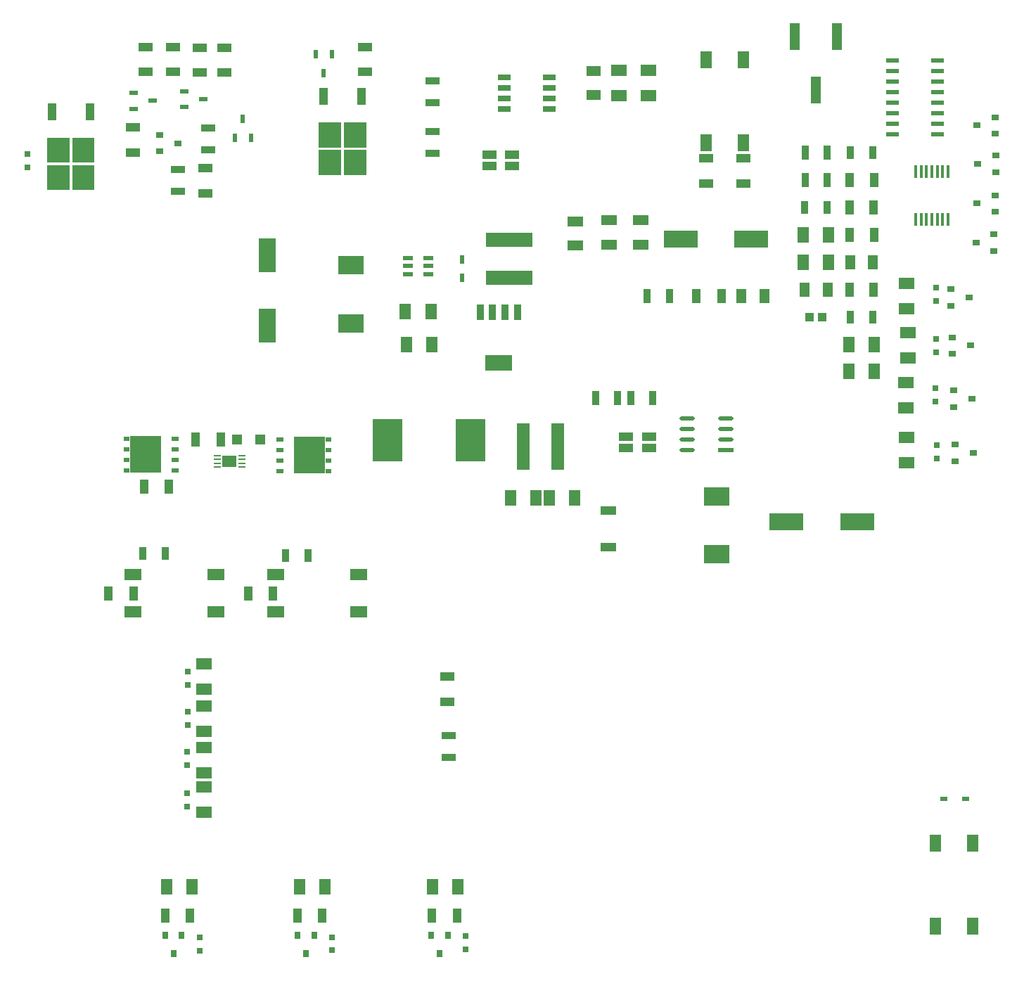
<source format=gbr>
%TF.GenerationSoftware,Altium Limited,Altium Designer,25.2.1 (25)*%
G04 Layer_Color=8421504*
%FSLAX45Y45*%
%MOMM*%
%TF.SameCoordinates,EF3F7739-EB0C-4DF3-8AA3-BEF7F1336093*%
%TF.FilePolarity,Positive*%
%TF.FileFunction,Paste,Top*%
%TF.Part,Single*%
G01*
G75*
%TA.AperFunction,SMDPad,CuDef*%
%ADD10R,3.15000X2.20000*%
%ADD11R,1.05000X1.80000*%
%ADD12R,0.85000X0.50000*%
%ADD13R,0.80000X0.60000*%
%ADD14R,3.75000X4.41000*%
%ADD15R,1.10000X1.70000*%
%ADD16R,1.25000X1.80000*%
%ADD17R,0.50000X1.05000*%
%ADD18R,1.52500X0.65000*%
%ADD19R,0.90000X1.90000*%
%ADD20R,3.20000X1.90000*%
%ADD21R,1.25000X0.60000*%
%ADD22R,1.65100X1.34620*%
%ADD23R,0.81280X0.27940*%
%TA.AperFunction,ConnectorPad*%
%ADD24R,1.19000X3.30000*%
%TA.AperFunction,SMDPad,CuDef*%
%ADD25R,1.60000X0.60000*%
%ADD26R,1.35606X1.85822*%
%ADD27R,1.35000X1.85000*%
G04:AMPARAMS|DCode=28|XSize=1.87407mm|YSize=0.51213mm|CornerRadius=0.25607mm|HoleSize=0mm|Usage=FLASHONLY|Rotation=180.000|XOffset=0mm|YOffset=0mm|HoleType=Round|Shape=RoundedRectangle|*
%AMROUNDEDRECTD28*
21,1,1.87407,0.00000,0,0,180.0*
21,1,1.36194,0.51213,0,0,180.0*
1,1,0.51213,-0.68097,0.00000*
1,1,0.51213,0.68097,0.00000*
1,1,0.51213,0.68097,0.00000*
1,1,0.51213,-0.68097,0.00000*
%
%ADD28ROUNDEDRECTD28*%
%ADD29R,1.87407X0.51213*%
%ADD30R,1.65822X0.95606*%
%ADD31R,2.10000X4.10000*%
%ADD32R,0.95606X1.65822*%
%ADD33R,1.80000X1.05000*%
%ADD34R,0.60000X1.05000*%
%ADD35R,5.70000X1.80000*%
%ADD36R,0.45000X1.50000*%
%ADD37R,1.85000X1.35000*%
%ADD38R,1.80000X1.20000*%
%ADD39R,1.90000X1.30000*%
%ADD40R,4.10000X2.10000*%
%ADD41R,1.00000X1.00000*%
%ADD42R,1.40000X2.10000*%
%ADD43R,1.93000X1.00000*%
%ADD44R,0.90000X1.60000*%
%ADD45R,1.75000X1.10000*%
%ADD46R,1.85822X1.35606*%
%ADD47R,0.80000X0.80000*%
%ADD48R,0.80000X0.90000*%
%ADD49R,1.20000X1.20000*%
%ADD50R,2.10000X1.40000*%
%ADD51R,1.65000X5.60000*%
%ADD54R,0.90000X0.80000*%
%ADD55R,3.55000X5.10000*%
%ADD56R,1.00000X0.60000*%
%ADD57R,0.60000X1.00000*%
%ADD126R,1.10000X2.10000*%
G36*
X504925Y9715127D02*
Y10015127D01*
X774925D01*
Y9715127D01*
X504925D01*
D02*
G37*
G36*
X1074925D02*
Y10015127D01*
X804925D01*
Y9715127D01*
X1074925D01*
D02*
G37*
G36*
X504925Y10345127D02*
Y10045127D01*
X774925D01*
Y10345127D01*
X504925D01*
D02*
G37*
G36*
X1074925D02*
Y10045127D01*
X804925D01*
Y10345127D01*
X1074925D01*
D02*
G37*
G36*
X3775000Y9900000D02*
Y10200000D01*
X4045000D01*
Y9900000D01*
X3775000D01*
D02*
G37*
G36*
X4345000D02*
Y10200000D01*
X4075000D01*
Y9900000D01*
X4345000D01*
D02*
G37*
G36*
X3775000Y10530000D02*
Y10230000D01*
X4045000D01*
Y10530000D01*
X3775000D01*
D02*
G37*
G36*
X4345000D02*
Y10230000D01*
X4075000D01*
Y10530000D01*
X4345000D01*
D02*
G37*
D10*
X4160000Y8810000D02*
D03*
Y8110000D02*
D03*
X8560000Y5330000D02*
D03*
Y6030000D02*
D03*
D11*
X1972593Y6144858D02*
D03*
X1672594D02*
D03*
X8620449Y8441000D02*
D03*
X5135628Y976851D02*
D03*
X3518128Y976838D02*
D03*
X1922053Y976851D02*
D03*
X5435628D02*
D03*
X3818127Y976838D02*
D03*
X2222053Y976851D02*
D03*
X3223925Y4860000D02*
D03*
X2923925D02*
D03*
X10460000Y9180000D02*
D03*
X10160000D02*
D03*
X10460000Y9840000D02*
D03*
X10160000D02*
D03*
X8320449Y8441000D02*
D03*
X1543925Y4860000D02*
D03*
X1243925D02*
D03*
X2592480Y6715184D02*
D03*
X2292480D02*
D03*
D12*
X2046180Y6344358D02*
D03*
Y6471358D02*
D03*
Y6598358D02*
D03*
Y6725358D02*
D03*
X3303780Y6334358D02*
D03*
Y6461358D02*
D03*
Y6588358D02*
D03*
Y6715358D02*
D03*
X11300000Y2390000D02*
D03*
X11560000D02*
D03*
D13*
X1463680Y6725358D02*
D03*
Y6598358D02*
D03*
Y6471358D02*
D03*
Y6344358D02*
D03*
X3886280Y6715358D02*
D03*
Y6588358D02*
D03*
Y6461358D02*
D03*
Y6334358D02*
D03*
D14*
X1691180Y6534858D02*
D03*
X3658780Y6524858D02*
D03*
D15*
X10165000Y8520000D02*
D03*
X10455000D02*
D03*
X10165000Y9510000D02*
D03*
X10455000D02*
D03*
D16*
X10172500Y8850000D02*
D03*
X10447500D02*
D03*
X8862949Y8441000D02*
D03*
X9137949D02*
D03*
X9897500Y8520000D02*
D03*
X9622500D02*
D03*
D17*
X5500000Y8883800D02*
D03*
Y8656200D02*
D03*
D18*
X6008800Y10689500D02*
D03*
Y10816500D02*
D03*
Y10943500D02*
D03*
Y11070500D02*
D03*
X6551200D02*
D03*
Y10943500D02*
D03*
Y10816500D02*
D03*
Y10689500D02*
D03*
D19*
X6165000Y8245000D02*
D03*
X6015000D02*
D03*
X5865000D02*
D03*
X5715000D02*
D03*
D20*
X5940000Y7635000D02*
D03*
D21*
X5095000Y8705000D02*
D03*
Y8800000D02*
D03*
Y8895000D02*
D03*
X4845000D02*
D03*
Y8800000D02*
D03*
Y8705000D02*
D03*
D22*
X2700000Y6450000D02*
D03*
D23*
X2844780Y6518580D02*
D03*
Y6472860D02*
D03*
Y6427140D02*
D03*
Y6381420D02*
D03*
X2555220D02*
D03*
Y6427140D02*
D03*
Y6472860D02*
D03*
Y6518580D02*
D03*
D24*
X9506000Y11564000D02*
D03*
X9760000Y10924000D02*
D03*
X10014000Y11564000D02*
D03*
D25*
X11224000Y11278500D02*
D03*
Y11151500D02*
D03*
Y11024500D02*
D03*
Y10897500D02*
D03*
Y10770500D02*
D03*
Y10643500D02*
D03*
Y10516500D02*
D03*
Y10389500D02*
D03*
X10684000Y10516500D02*
D03*
Y10643500D02*
D03*
Y10770500D02*
D03*
Y10897500D02*
D03*
Y11024500D02*
D03*
Y11151500D02*
D03*
Y11278500D02*
D03*
Y10389500D02*
D03*
D26*
X5122608Y8250000D02*
D03*
X4817392D02*
D03*
X6857828Y6013331D02*
D03*
X6552611D02*
D03*
X10462608Y7860000D02*
D03*
X10157392D02*
D03*
X9912608Y8850000D02*
D03*
X9607392D02*
D03*
D27*
X5132500Y7860000D02*
D03*
X4827500D02*
D03*
X10462500Y7530000D02*
D03*
X6082794Y6013204D02*
D03*
X5143128Y1328051D02*
D03*
X3543128D02*
D03*
X1947053D02*
D03*
X9912500Y9180000D02*
D03*
X9607500D02*
D03*
X10157500Y7530000D02*
D03*
X6387794Y6013204D02*
D03*
X5448128Y1328051D02*
D03*
X3848127D02*
D03*
X2252053D02*
D03*
D28*
X8208393Y6589500D02*
D03*
Y6843500D02*
D03*
Y6970500D02*
D03*
Y6716500D02*
D03*
X8671606Y6970500D02*
D03*
Y6843500D02*
D03*
Y6716500D02*
D03*
D29*
Y6589500D02*
D03*
D30*
X5140000Y10422608D02*
D03*
Y10157392D02*
D03*
X5340000Y2887392D02*
D03*
Y3152608D02*
D03*
X2080000Y9697392D02*
D03*
Y9962608D02*
D03*
X2439925Y10197519D02*
D03*
Y10462735D02*
D03*
X5140000Y11032608D02*
D03*
Y10767392D02*
D03*
D31*
X3150000Y8085000D02*
D03*
Y8935000D02*
D03*
D32*
X9892608Y9840000D02*
D03*
X9627392D02*
D03*
Y10170000D02*
D03*
X9892608D02*
D03*
X7107392Y7210000D02*
D03*
X7372608D02*
D03*
X7792608D02*
D03*
X7527392D02*
D03*
X7727841Y8441000D02*
D03*
X7993058D02*
D03*
D33*
X2410000Y9980000D02*
D03*
Y9680000D02*
D03*
X2640000Y11130000D02*
D03*
Y11430000D02*
D03*
X2340000Y11130000D02*
D03*
Y11430000D02*
D03*
X8881755Y10098757D02*
D03*
X4330000Y11440000D02*
D03*
X5320000Y3857852D02*
D03*
Y3557852D02*
D03*
X8440472Y9798757D02*
D03*
Y10098757D02*
D03*
X8881755Y9798757D02*
D03*
X4330000Y11140000D02*
D03*
X2020000D02*
D03*
Y11440000D02*
D03*
X1690000Y11140000D02*
D03*
Y11440000D02*
D03*
X1539925Y10170127D02*
D03*
Y10470127D02*
D03*
D34*
X2954925Y10345127D02*
D03*
X2764925D02*
D03*
X2859925Y10575127D02*
D03*
D35*
X6065000Y8659912D02*
D03*
Y9119912D02*
D03*
D36*
X11220199Y9359001D02*
D03*
X11350199Y9939000D02*
D03*
X11285199D02*
D03*
X11220199D02*
D03*
X11155199D02*
D03*
X11090199D02*
D03*
X11025199D02*
D03*
X10960199D02*
D03*
Y9359001D02*
D03*
X11025199D02*
D03*
X11090199D02*
D03*
X11155199D02*
D03*
X11285199D02*
D03*
X11350199D02*
D03*
D37*
X10864000Y7691500D02*
D03*
X10854000Y8291501D02*
D03*
X10844000Y7091500D02*
D03*
X7740000Y10853500D02*
D03*
X10854000Y6431500D02*
D03*
X2390000Y4012500D02*
D03*
X2390000Y2532500D02*
D03*
Y3002500D02*
D03*
X2390000Y3502500D02*
D03*
X7740000Y11158500D02*
D03*
X2390000Y3707500D02*
D03*
Y3197500D02*
D03*
X2390000Y2697500D02*
D03*
Y2227500D02*
D03*
X10854000Y6736500D02*
D03*
X10844000Y7396500D02*
D03*
X10864000Y7996500D02*
D03*
X10854000Y8596500D02*
D03*
D38*
X7086000Y10861000D02*
D03*
Y11151000D02*
D03*
D39*
X7266000Y9351000D02*
D03*
X7646000D02*
D03*
X6866000Y9341000D02*
D03*
X7266000Y9061000D02*
D03*
X6866000Y9051000D02*
D03*
X7646000Y9061000D02*
D03*
D40*
X8981000Y9126000D02*
D03*
X10255000Y5720000D02*
D03*
X8131000Y9126000D02*
D03*
X9405000Y5720000D02*
D03*
D41*
X9835000Y8190000D02*
D03*
X9685000D02*
D03*
D42*
X11645000Y1850000D02*
D03*
Y850000D02*
D03*
X11195000D02*
D03*
Y1850000D02*
D03*
X8437742Y10286257D02*
D03*
Y11286257D02*
D03*
X8887742Y10286257D02*
D03*
Y11286257D02*
D03*
D43*
X7260000Y5419000D02*
D03*
Y5861000D02*
D03*
D44*
X3645000Y5320000D02*
D03*
X1925000Y5340000D02*
D03*
X9625000Y9510000D02*
D03*
X9895000D02*
D03*
X10445000Y10170000D02*
D03*
X10175000D02*
D03*
X3375000Y5320000D02*
D03*
X1655000Y5340000D02*
D03*
X10445000Y8190000D02*
D03*
X10175000D02*
D03*
D45*
X5828499Y10005999D02*
D03*
X6103500Y10146000D02*
D03*
X5828499D02*
D03*
X6103500Y10005999D02*
D03*
X7472500Y6750000D02*
D03*
X7747500Y6610000D02*
D03*
X7472500D02*
D03*
X7747500Y6750000D02*
D03*
D46*
X7386000Y10853392D02*
D03*
Y11158608D02*
D03*
D47*
X5541448Y736244D02*
D03*
Y576244D02*
D03*
X3936448Y562700D02*
D03*
Y722700D02*
D03*
X2340373Y719622D02*
D03*
Y559622D02*
D03*
X2190000Y2790000D02*
D03*
Y2950000D02*
D03*
X270000Y9990000D02*
D03*
Y10150000D02*
D03*
X11194000Y7174000D02*
D03*
Y7334001D02*
D03*
X11204000Y7764000D02*
D03*
Y7924000D02*
D03*
Y8384001D02*
D03*
Y8544001D02*
D03*
X11214000Y6644000D02*
D03*
Y6484000D02*
D03*
X2196075Y3275873D02*
D03*
Y3435873D02*
D03*
X2190000Y2450000D02*
D03*
Y2290000D02*
D03*
X2200000Y3920000D02*
D03*
Y3760000D02*
D03*
D48*
X5225628Y519950D02*
D03*
X5125628Y739951D02*
D03*
X5325628D02*
D03*
X3620628Y520000D02*
D03*
X3520627Y740000D02*
D03*
X3720628D02*
D03*
X2024553Y519950D02*
D03*
X1924553Y739951D02*
D03*
X2124553D02*
D03*
D49*
X2789980Y6714854D02*
D03*
X3069980D02*
D03*
D50*
X4253925Y4635000D02*
D03*
X3253925D02*
D03*
X4253925Y5085000D02*
D03*
X3253925D02*
D03*
X2533900Y4635000D02*
D03*
X1533900D02*
D03*
X2533900Y5085000D02*
D03*
X1533900D02*
D03*
D51*
X6232500Y6630000D02*
D03*
X6647500D02*
D03*
D54*
X11694000Y9554000D02*
D03*
X11914000Y9654000D02*
D03*
Y9454000D02*
D03*
X11924000Y9934000D02*
D03*
Y10134000D02*
D03*
X11704000Y10034000D02*
D03*
X11694000Y10494000D02*
D03*
X11914000Y10594000D02*
D03*
Y10394000D02*
D03*
X11634000Y7204001D02*
D03*
X11414000Y7104001D02*
D03*
Y7304001D02*
D03*
X11624000Y7844000D02*
D03*
X11404000Y7744000D02*
D03*
Y7944000D02*
D03*
X11434000Y6654001D02*
D03*
Y6454001D02*
D03*
X11654000Y6554001D02*
D03*
X11904000Y8984000D02*
D03*
Y9184000D02*
D03*
X11684000Y9084000D02*
D03*
X11604000Y8424001D02*
D03*
X11384000Y8324001D02*
D03*
Y8524001D02*
D03*
X1859925Y10380128D02*
D03*
Y10180127D02*
D03*
X2079925Y10280128D02*
D03*
D55*
X5600780Y6702669D02*
D03*
X4600780D02*
D03*
D56*
X2384925Y10810127D02*
D03*
X2154925Y10715127D02*
D03*
Y10905127D02*
D03*
X1544925Y10885127D02*
D03*
Y10695127D02*
D03*
X1774925Y10790127D02*
D03*
D57*
X3930000Y11350000D02*
D03*
X3740000D02*
D03*
X3835000Y11120000D02*
D03*
D126*
X3832000Y10845000D02*
D03*
X4288000D02*
D03*
X1017925Y10660127D02*
D03*
X561925D02*
D03*
%TF.MD5,2fd647be96183689784b51fd9217d2b1*%
M02*

</source>
